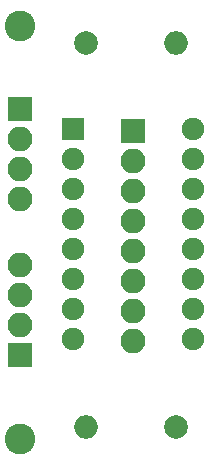
<source format=gbr>
G04 #@! TF.FileFunction,Soldermask,Bot*
%FSLAX46Y46*%
G04 Gerber Fmt 4.6, Leading zero omitted, Abs format (unit mm)*
G04 Created by KiCad (PCBNEW 4.0.7) date Sun Feb  4 21:06:27 2018*
%MOMM*%
%LPD*%
G01*
G04 APERTURE LIST*
%ADD10C,0.100000*%
%ADD11R,1.900000X1.900000*%
%ADD12C,1.900000*%
%ADD13R,2.100000X2.100000*%
%ADD14O,2.100000X2.100000*%
%ADD15C,2.000000*%
%ADD16O,2.000000X2.000000*%
%ADD17C,2.600000*%
G04 APERTURE END LIST*
D10*
D11*
X141617700Y-105829100D03*
D12*
X141617700Y-108369100D03*
X141617700Y-110909100D03*
X141617700Y-113449100D03*
X141617700Y-115989100D03*
X141617700Y-118529100D03*
X141617700Y-121069100D03*
X141617700Y-123609100D03*
X151777700Y-123609100D03*
X151777700Y-121069100D03*
X151777700Y-118529100D03*
X151777700Y-115989100D03*
X151777700Y-113449100D03*
X151777700Y-110909100D03*
X151777700Y-108369100D03*
X151777700Y-105829100D03*
D13*
X146685000Y-106045000D03*
D14*
X146685000Y-108585000D03*
X146685000Y-111125000D03*
X146685000Y-113665000D03*
X146685000Y-116205000D03*
X146685000Y-118745000D03*
X146685000Y-121285000D03*
X146685000Y-123825000D03*
D13*
X137160000Y-104140000D03*
D14*
X137160000Y-106680000D03*
X137160000Y-109220000D03*
X137160000Y-111760000D03*
D13*
X137160000Y-124968000D03*
D14*
X137160000Y-122428000D03*
X137160000Y-119888000D03*
X137160000Y-117348000D03*
D15*
X150368000Y-131064000D03*
D16*
X142748000Y-131064000D03*
D15*
X142748000Y-98552000D03*
D16*
X150368000Y-98552000D03*
D17*
X137160000Y-132080000D03*
X137160000Y-97155000D03*
M02*

</source>
